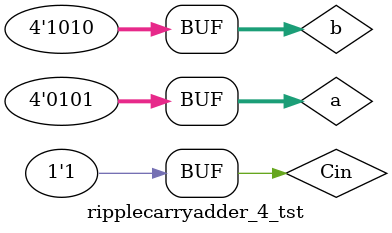
<source format=v>
`timescale 1ns / 1ps


module ripplecarryadder_4_tst;

	// Inputs
	reg [3:0] a;
	reg [3:0] b;
	reg Cin;

	// Outputs
	wire [3:0] sum;
	wire carry;
	


	// Instantiate the Unit Under Test (UUT)
	ripplecarryadder_4 uut (
		.a(a), 
		.b(b), 
		.sum(sum), 
		.carry(carry), 
		.Cin(Cin)
	);

	initial begin
		// Initialize Inputs
		a = 4'b0;
		b = 4'b0;
		Cin = 4'b0;

		// Wait 100 ns for global reset to finish
		#100;
		
		// Add stimulus here
		a=4'b1111;
		b=4'b1011;
		Cin=0;
		#100
		a=4'b1111;
		b=4'b1011;
		Cin=1;
		#100
		a=4'b0000;
		b=4'b0001;
		Cin=0;
		#100
		a=4'b0101;
		b=4'b1010;
		Cin=1;
		
		

	end
      
endmodule


</source>
